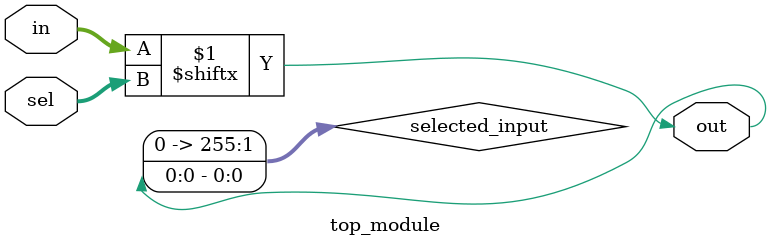
<source format=sv>
module top_module (
	input [255:0] in,
	input [7:0] sel,
	output  out
);

wire [255:0] selected_input;

assign selected_input = in[sel];

assign out = selected_input[0];

endmodule

</source>
